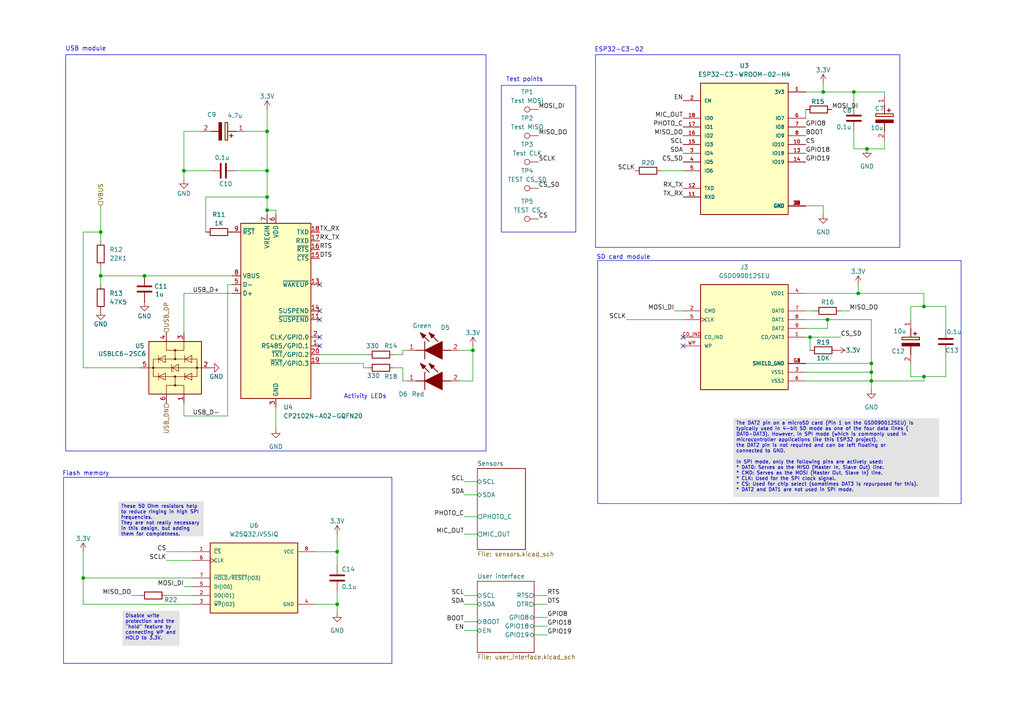
<source format=kicad_sch>
(kicad_sch (version 20250114) (generator "eeschema") (generator_version "9.0")
  (paper "A4")
  (title_block (title "ESP32 C3 02 and USB to UART converter") (date "2024-11-23") (rev "1") (company "Tech Explorations"))
  (lib_symbols
    (symbol "Connector:TestPoint" (pin_numbers (hide yes)) (pin_names (offset 0.762) (hide yes))
      (property "Reference" "TP" (at 0 6.858 0))
      (property "Value" "TestPoint" (at 0 5.08 0))
      (symbol "TestPoint_0_1"
        (circle (center 0 3.302) (radius 0.762))
      )
      (symbol "TestPoint_1_1"
        (pin passive line (at 0 0 90) (length 2.54) (name "1") (number "1"))
      )
    )
    (symbol "Device:R" (pin_numbers (hide yes)) (pin_names (offset 0))
      (property "Reference" "R" (at 2.032 0 90))
      (property "Value" "R" (at 0 0 90))
      (symbol "R_0_1"
        (rectangle (start -1.016 -2.54) (end 1.016 2.54) (stroke (width 0.254)))
      )
      (symbol "R_1_1"
        (pin passive line (at 0 3.81 270) (length 1.27) (name "~") (number "1"))
        (pin passive line (at 0 -3.81 90) (length 1.27) (name "~") (number "2"))
      )
    )
    (symbol "ESP32-C3-WROOM-02-H4:ESP32-C3-WROOM-02-H4" (pin_names (offset 1.016))
      (property "Reference" "U" (at -12.7 21.082 0))
      (property "Value" "ESP32-C3-WROOM-02-H4" (at -12.7 -18.542 0))
      (symbol "ESP32-C3-WROOM-02-H4_0_0"
        (rectangle (start -12.7 -17.78) (end 12.7 20.32) (stroke (width 0.254)) (fill (type background)))
        (pin input line (at -17.78 15.24 0) (length 5.08) (name "EN") (number "2"))
        (pin bidirectional line (at -17.78 10.16 0) (length 5.08) (name "IO0") (number "18"))
        (pin bidirectional line (at -17.78 7.62 0) (length 5.08) (name "IO1") (number "17"))
        (pin bidirectional line (at -17.78 5.08 0) (length 5.08) (name "IO2") (number "16"))
        (pin bidirectional line (at -17.78 2.54 0) (length 5.08) (name "IO3") (number "15"))
        (pin bidirectional line (at -17.78 0 0) (length 5.08) (name "IO4") (number "3"))
        (pin bidirectional line (at -17.78 -2.54 0) (length 5.08) (name "IO5") (number "4"))
        (pin bidirectional line (at -17.78 -5.08 0) (length 5.08) (name "IO6") (number "5"))
        (pin bidirectional line (at -17.78 -10.16 0) (length 5.08) (name "TXD") (number "12"))
        (pin bidirectional line (at -17.78 -12.7 0) (length 5.08) (name "RXD") (number "11"))
        (pin power_in line (at 17.78 17.78 180) (length 5.08) (name "3V3") (number "1"))
        (pin bidirectional line (at 17.78 10.16 180) (length 5.08) (name "IO7") (number "6"))
        (pin bidirectional line (at 17.78 7.62 180) (length 5.08) (name "IO8") (number "7"))
        (pin bidirectional line (at 17.78 5.08 180) (length 5.08) (name "IO9") (number "8"))
        (pin bidirectional line (at 17.78 2.54 180) (length 5.08) (name "IO10") (number "10"))
        (pin bidirectional line (at 17.78 0 180) (length 5.08) (name "IO18") (number "13"))
        (pin bidirectional line (at 17.78 -2.54 180) (length 5.08) (name "IO19") (number "14"))
        (pin power_in line (at 17.78 -15.24 180) (length 5.08) (name "GND") (number "19"))
        (pin power_in line (at 17.78 -15.24 180) (length 5.08) (name "GND") (number "20"))
        (pin power_in line (at 17.78 -15.24 180) (length 5.08) (name "GND") (number "21"))
        (pin power_in line (at 17.78 -15.24 180) (length 5.08) (name "GND") (number "22"))
        (pin power_in line (at 17.78 -15.24 180) (length 5.08) (name "GND") (number "23"))
        (pin power_in line (at 17.78 -15.24 180) (length 5.08) (name "GND") (number "24"))
        (pin power_in line (at 17.78 -15.24 180) (length 5.08) (name "GND") (number "25"))
        (pin power_in line (at 17.78 -15.24 180) (length 5.08) (name "GND") (number "26"))
        (pin power_in line (at 17.78 -15.24 180) (length 5.08) (name "GND") (number "27"))
        (pin power_in line (at 17.78 -15.24 180) (length 5.08) (name "GND") (number "28"))
        (pin power_in line (at 17.78 -15.24 180) (length 5.08) (name "GND") (number "29"))
        (pin power_in line (at 17.78 -15.24 180) (length 5.08) (name "GND") (number "30"))
        (pin power_in line (at 17.78 -15.24 180) (length 5.08) (name "GND") (number "31"))
        (pin power_in line (at 17.78 -15.24 180) (length 5.08) (name "GND") (number "32"))
        (pin power_in line (at 17.78 -15.24 180) (length 5.08) (name "GND") (number "33"))
        (pin power_in line (at 17.78 -15.24 180) (length 5.08) (name "GND") (number "34"))
        (pin power_in line (at 17.78 -15.24 180) (length 5.08) (name "GND") (number "35"))
        (pin power_in line (at 17.78 -15.24 180) (length 5.08) (name "GND") (number "36"))
        (pin power_in line (at 17.78 -15.24 180) (length 5.08) (name "GND") (number "37"))
        (pin power_in line (at 17.78 -15.24 180) (length 5.08) (name "GND") (number "38"))
        (pin power_in line (at 17.78 -15.24 180) (length 5.08) (name "GND") (number "39"))
        (pin power_in line (at 17.78 -15.24 180) (length 5.08) (name "GND") (number "9"))
      )
    )
    (symbol "GND_1" (power) (pin_numbers (hide yes)) (pin_names (offset 0) (hide yes))
      (property "Value" "GND" (at 0 -3.81 0))
      (symbol "GND_1_0_1"
        (polyline (pts (xy 0 0) (xy 0 -1.27) (xy 1.27 -1.27) (xy 0 -2.54) (xy -1.27 -1.27) (xy 0 -1.27)))
      )
      (symbol "GND_1_1_1"
        (pin power_in line (at 0 0 270) (length 0) (name "~") (number "1"))
      )
    )
    (symbol "GND_2" (power) (pin_numbers (hide yes)) (pin_names (offset 0) (hide yes))
      (property "Value" "GND" (at 0 -3.81 0))
      (symbol "GND_2_0_1"
        (polyline (pts (xy 0 0) (xy 0 -1.27) (xy 1.27 -1.27) (xy 0 -2.54) (xy -1.27 -1.27) (xy 0 -1.27)))
      )
      (symbol "GND_2_1_1"
        (pin power_in line (at 0 0 270) (length 0) (name "~") (number "1"))
      )
    )
    (symbol "GSD090012SEU:GSD090012SEU" (pin_names (offset 1.016))
      (property "Reference" "J" (at -12.7 16.002 0))
      (property "Value" "GSD090012SEU" (at -12.7 -17.78 0))
      (symbol "GSD090012SEU_0_0"
        (rectangle (start -12.7 -15.24) (end 12.7 15.24) (stroke (width 0.254)) (fill (type background)))
        (pin bidirectional line (at -17.78 7.62 0) (length 5.08) (name "CMD") (number "2"))
        (pin bidirectional clock (at -17.78 5.08 0) (length 5.08) (name "CLK") (number "5"))
        (pin passive line (at -17.78 0 0) (length 5.08) (name "CD_IND") (number "CD_IND"))
        (pin passive line (at -17.78 -2.54 0) (length 5.08) (name "WP") (number "WP"))
        (pin power_in line (at 17.78 12.7 180) (length 5.08) (name "VDD1") (number "4"))
        (pin bidirectional line (at 17.78 7.62 180) (length 5.08) (name "DAT0") (number "7"))
        (pin bidirectional line (at 17.78 5.08 180) (length 5.08) (name "DAT1") (number "8"))
        (pin bidirectional line (at 17.78 2.54 180) (length 5.08) (name "DAT2") (number "9"))
        (pin bidirectional line (at 17.78 0 180) (length 5.08) (name "CD/DAT3") (number "1"))
        (pin power_in line (at 17.78 -7.62 180) (length 5.08) (name "SHIELD_GND") (number "G1"))
        (pin power_in line (at 17.78 -7.62 180) (length 5.08) (name "SHIELD_GND") (number "G2"))
        (pin power_in line (at 17.78 -7.62 180) (length 5.08) (name "SHIELD_GND") (number "G3"))
        (pin power_in line (at 17.78 -7.62 180) (length 5.08) (name "SHIELD_GND") (number "G4"))
        (pin power_in line (at 17.78 -10.16 180) (length 5.08) (name "VSS1") (number "3"))
        (pin power_in line (at 17.78 -12.7 180) (length 5.08) (name "VSS2") (number "6"))
      )
    )
    (symbol "Interface_USB:CP2102N-Axx-xQFN20"
      (property "Reference" "U" (at -8.89 26.67 0))
      (property "Value" "CP2102N-Axx-xQFN20" (at 12.7 26.67 0))
      (symbol "CP2102N-Axx-xQFN20_0_1"
        (rectangle (start -10.16 25.4) (end 10.16 -25.4) (stroke (width 0.254)) (fill (type background)))
      )
      (symbol "CP2102N-Axx-xQFN20_1_1"
        (pin input line (at -12.7 22.86 0) (length 2.54) (name "~{RST}") (number "9"))
        (pin input line (at -12.7 10.16 0) (length 2.54) (name "VBUS") (number "8"))
        (pin bidirectional line (at -12.7 7.62 0) (length 2.54) (name "D-") (number "5"))
        (pin bidirectional line (at -12.7 5.08 0) (length 2.54) (name "D+") (number "4"))
        (pin no_connect line (at -10.16 -22.86 0) (length 2.54) (hide yes) (name "NC") (number "10"))
        (pin power_in line (at -2.54 27.94 270) (length 2.54) (name "VREGIN") (number "7"))
        (pin power_in line (at 0 27.94 270) (length 2.54) (name "VDD") (number "6"))
        (pin passive line (at 0 -27.94 90) (length 2.54) (hide yes) (name "GND") (number "12"))
        (pin passive line (at 0 -27.94 90) (length 2.54) (hide yes) (name "GND") (number "21"))
        (pin power_in line (at 0 -27.94 90) (length 2.54) (name "GND") (number "3"))
        (pin output line (at 12.7 22.86 180) (length 2.54) (name "TXD") (number "18"))
        (pin input line (at 12.7 20.32 180) (length 2.54) (name "RXD") (number "17"))
        (pin output line (at 12.7 17.78 180) (length 2.54) (name "~{RTS}") (number "16"))
        (pin input line (at 12.7 15.24 180) (length 2.54) (name "~{CTS}") (number "15"))
        (pin input line (at 12.7 7.62 180) (length 2.54) (name "~{WAKEUP}") (number "13"))
        (pin output line (at 12.7 0 180) (length 2.54) (name "SUSPEND") (number "14"))
        (pin output line (at 12.7 -2.54 180) (length 2.54) (name "~{SUSPEND}") (number "11"))
        (pin bidirectional line (at 12.7 -7.62 180) (length 2.54) (name "CLK/GPIO.0") (number "2"))
        (pin bidirectional line (at 12.7 -10.16 180) (length 2.54) (name "RS485/GPIO.1") (number "1"))
        (pin bidirectional line (at 12.7 -12.7 180) (length 2.54) (name "~{TXT}/GPIO.2") (number "20"))
        (pin bidirectional line (at 12.7 -15.24 180) (length 2.54) (name "~{RXT}/GPIO.3") (number "19"))
      )
    )
    (symbol "LTST-C170GKT:LTST-C170GKT" (pin_names (hide yes))
      (property "Reference" "LED" (at 12.7 8.89 0))
      (property "Value" "LTST-C170GKT" (at 12.7 6.35 0))
      (symbol "LTST-C170GKT_1_1"
        (polyline (pts (xy 2.54 0) (xy 5.08 0)) (stroke (width 0.254)))
        (polyline (pts (xy 5.08 2.54) (xy 5.08 -2.54)) (stroke (width 0.254)))
        (polyline (pts (xy 5.08 0) (xy 10.16 2.54) (xy 10.16 -2.54) (xy 5.08 0)) (stroke (width 0.254)) (fill (type outline)))
        (polyline (pts (xy 5.334 4.318) (xy 4.572 3.556) (xy 3.81 5.08) (xy 5.334 4.318)) (stroke (width 0.254)) (fill (type outline)))
        (polyline (pts (xy 6.35 2.54) (xy 3.81 5.08)) (stroke (width 0.254)))
        (polyline (pts (xy 7.874 4.318) (xy 7.112 3.556) (xy 6.35 5.08) (xy 7.874 4.318)) (stroke (width 0.254)) (fill (type outline)))
        (polyline (pts (xy 8.89 2.54) (xy 6.35 5.08)) (stroke (width 0.254)))
        (polyline (pts (xy 10.16 0) (xy 12.7 0)) (stroke (width 0.254)))
        (pin passive line (at 0 0 0) (length 2.54) (name "K") (number "1"))
        (pin passive line (at 15.24 0 180) (length 2.54) (name "A") (number "2"))
      )
    )
    (symbol "LTST-C170KRKT:LTST-C170KRKT" (pin_names (hide yes))
      (property "Reference" "LED" (at 12.7 8.89 0))
      (property "Value" "LTST-C170KRKT" (at 12.7 6.35 0))
      (symbol "LTST-C170KRKT_1_1"
        (polyline (pts (xy 2.54 0) (xy 5.08 0)) (stroke (width 0.254)))
        (polyline (pts (xy 5.08 2.54) (xy 5.08 -2.54)) (stroke (width 0.254)))
        (polyline (pts (xy 5.08 0) (xy 10.16 2.54) (xy 10.16 -2.54) (xy 5.08 0)) (stroke (width 0.254)) (fill (type outline)))
        (polyline (pts (xy 5.334 4.318) (xy 4.572 3.556) (xy 3.81 5.08) (xy 5.334 4.318)) (stroke (width 0.254)) (fill (type outline)))
        (polyline (pts (xy 6.35 2.54) (xy 3.81 5.08)) (stroke (width 0.254)))
        (polyline (pts (xy 7.874 4.318) (xy 7.112 3.556) (xy 6.35 5.08) (xy 7.874 4.318)) (stroke (width 0.254)) (fill (type outline)))
        (polyline (pts (xy 8.89 2.54) (xy 6.35 5.08)) (stroke (width 0.254)))
        (polyline (pts (xy 10.16 0) (xy 12.7 0)) (stroke (width 0.254)))
        (pin passive line (at 0 0 0) (length 2.54) (name "K") (number "1"))
        (pin passive line (at 15.24 0 180) (length 2.54) (name "A") (number "2"))
      )
    )
    (symbol "Power_Protection:USBLC6-2SC6" (pin_names (hide yes))
      (property "Reference" "U" (at 2.54 8.89 0))
      (property "Value" "USBLC6-2SC6" (at 2.54 -8.89 0))
      (symbol "USBLC6-2SC6_0_1"
        (rectangle (start -7.62 -7.62) (end 7.62 7.62) (stroke (width 0.254)) (fill (type background)))
        (polyline (pts (xy -5.08 2.54) (xy -7.62 2.54)))
        (circle (center -5.08 0) (radius 0.254) (fill (type outline)))
        (polyline (pts (xy -5.08 0) (xy -5.08 -2.54)))
        (polyline (pts (xy -5.08 -2.54) (xy -7.62 -2.54)))
        (polyline (pts (xy -3.556 2.794) (xy -1.524 2.794) (xy -2.54 4.826) (xy -3.556 2.794)))
        (polyline (pts (xy -3.556 -4.826) (xy -1.524 -4.826) (xy -2.54 -2.794) (xy -3.556 -4.826)))
        (rectangle (start -2.54 6.35) (end 2.54 -6.35))
        (circle (center -2.54 0) (radius 0.254) (fill (type outline)))
        (polyline (pts (xy -2.54 0) (xy -5.08 0) (xy -5.08 2.54)))
        (polyline (pts (xy -1.524 4.826) (xy -3.556 4.826)))
        (polyline (pts (xy -1.524 -2.794) (xy -3.556 -2.794)))
        (polyline (pts (xy -1.016 -1.016) (xy 1.016 -1.016) (xy 0 1.016) (xy -1.016 -1.016)))
        (circle (center 0 6.35) (radius 0.254) (fill (type outline)))
        (polyline (pts (xy 0 6.35) (xy 0 7.62)))
        (polyline (pts (xy 0 1.27) (xy 0 6.35)))
        (polyline (pts (xy 0 -6.35) (xy 0 1.27)))
        (circle (center 0 -6.35) (radius 0.254) (fill (type outline)))
        (polyline (pts (xy 0 -7.62) (xy 0 -6.35)))
        (polyline (pts (xy 1.016 1.016) (xy 0.762 1.016) (xy -1.016 1.016) (xy -1.016 0.508)))
        (polyline (pts (xy 1.524 4.826) (xy 3.556 4.826)))
        (polyline (pts (xy 1.524 -2.794) (xy 3.556 -2.794)))
        (polyline (pts (xy 2.54 0) (xy 5.08 0) (xy 5.08 2.54)))
        (circle (center 2.54 0) (radius 0.254) (fill (type outline)))
        (polyline (pts (xy 3.556 2.794) (xy 1.524 2.794) (xy 2.54 4.826) (xy 3.556 2.794)))
        (polyline (pts (xy 3.556 -4.826) (xy 1.524 -4.826) (xy 2.54 -2.794) (xy 3.556 -4.826)))
        (polyline (pts (xy 5.08 2.54) (xy 7.62 2.54)))
        (polyline (pts (xy 5.08 0) (xy 5.08 -2.54)))
        (circle (center 5.08 0) (radius 0.254) (fill (type outline)))
        (polyline (pts (xy 5.08 -2.54) (xy 7.62 -2.54)))
      )
      (symbol "USBLC6-2SC6_1_1"
        (pin passive line (at -10.16 2.54 0) (length 2.54) (name "I/O1") (number "6"))
        (pin passive line (at -10.16 -2.54 0) (length 2.54) (name "I/O1") (number "1"))
        (pin passive line (at 0 10.16 270) (length 2.54) (name "VBUS") (number "5"))
        (pin passive line (at 0 -10.16 90) (length 2.54) (name "GND") (number "2"))
        (pin passive line (at 10.16 2.54 180) (length 2.54) (name "I/O2") (number "4"))
        (pin passive line (at 10.16 -2.54 180) (length 2.54) (name "I/O2") (number "3"))
      )
    )
    (symbol "SparkFun-Capacitor:C" (pin_numbers (hide yes)) (pin_names (offset 0.254))
      (property "Reference" "C" (at 0.635 2.54 0))
      (property "Value" "C" (at 0.635 -2.54 0))
      (property "Voltage" "1kV" (at 0 -6.35 0))
      (property "Tolerance" "100%" (at 0 -8.89 0))
      (symbol "C_0_1"
        (polyline (pts (xy -2.032 0.762) (xy 2.032 0.762)) (stroke (width 0.508)))
        (polyline (pts (xy -2.032 -0.762) (xy 2.032 -0.762)) (stroke (width 0.508)))
      )
      (symbol "C_1_1"
        (pin passive line (at 0 3.81 270) (length 2.794) (name "~") (number "1"))
        (pin passive line (at 0 -3.81 90) (length 2.794) (name "~") (number "2"))
      )
    )
    (symbol "SparkFun-PowerSymbol:3.3V" (power) (pin_names (offset 0))
      (property "Value" "3.3V" (at 0 3.81 0))
      (symbol "3.3V_0_1"
        (polyline (pts (xy -0.762 1.27) (xy 0 2.54)))
        (polyline (pts (xy 0 2.54) (xy 0.762 1.27)))
        (polyline (pts (xy 0 0) (xy 0 2.54)))
      )
      (symbol "3.3V_1_1"
        (pin power_in line (at 0 0 90) (length 0) (hide yes) (name "3.3V") (number "1"))
      )
    )
    (symbol "T491A106K010AT7280:T491A106K010AT7280" (pin_names (hide yes))
      (property "Reference" "C" (at 8.89 6.35 0))
      (property "Value" "T491A106K010AT7280" (at 8.89 3.81 0))
      (symbol "T491A106K010AT7280_1_1"
        (polyline (pts (xy 2.54 0) (xy 5.08 0)) (stroke (width 0.254)))
        (polyline (pts (xy 4.064 1.778) (xy 4.064 0.762)) (stroke (width 0.254)))
        (polyline (pts (xy 4.572 1.27) (xy 3.556 1.27)) (stroke (width 0.254)))
        (rectangle (start 5.08 2.54) (end 5.842 -2.54) (stroke (width 0.254)) (fill (type background)))
        (polyline (pts (xy 7.62 2.54) (xy 7.62 -2.54) (xy 6.858 -2.54) (xy 6.858 2.54) (xy 7.62 2.54)) (stroke (width 0.254)) (fill (type outline)))
        (polyline (pts (xy 7.62 0) (xy 10.16 0)) (stroke (width 0.254)))
        (pin passive line (at 0 0 0) (length 2.54) (name "+") (number "1"))
        (pin passive line (at 12.7 0 180) (length 2.54) (name "-") (number "2"))
      )
    )
    (symbol "W25Q32JVSSIQ:W25Q32JVSSIQ" (pin_names (offset 1.016))
      (property "Reference" "U" (at -12.4723 10.945 0))
      (property "Value" "W25Q32JVSSIQ" (at -12.4744 -12.2198 0))
      (symbol "W25Q32JVSSIQ_0_0"
        (rectangle (start -12.7 -10.16) (end 12.7 10.16) (stroke (width 0.254)) (fill (type background)))
        (pin input line (at -17.78 7.62 0) (length 5.08) (name "~{CS}") (number "1"))
        (pin input clock (at -17.78 5.08 0) (length 5.08) (name "CLK") (number "6"))
        (pin bidirectional line (at -17.78 0 0) (length 5.08) (name "~{HOLD}/~{RESET}(IO3)") (number "7"))
        (pin bidirectional line (at -17.78 -2.54 0) (length 5.08) (name "DI(IO0)") (number "5"))
        (pin bidirectional line (at -17.78 -5.08 0) (length 5.08) (name "DO(IO1)") (number "2"))
        (pin bidirectional line (at -17.78 -7.62 0) (length 5.08) (name "~{WP}(IO2)") (number "3"))
        (pin power_in line (at 17.78 7.62 180) (length 5.08) (name "VCC") (number "8"))
        (pin power_in line (at 17.78 -7.62 180) (length 5.08) (name "GND") (number "4"))
      )
    )
    (symbol "power:GND" (power) (pin_names (offset 0))
      (property "Value" "GND" (at 0 -3.81 0))
      (symbol "GND_0_1"
        (polyline (pts (xy 0 0) (xy 0 -1.27) (xy 1.27 -1.27) (xy 0 -2.54) (xy -1.27 -1.27) (xy 0 -1.27)))
      )
      (symbol "GND_1_1"
        (pin power_in line (at 0 0 270) (length 0) (hide yes) (name "GND") (number "1"))
      )
    )
  )
  (rectangle (start 173.355 75.565) (end 278.765 146.05))
  (rectangle (start 145.415 24.765) (end 167.005 67.31))
  (rectangle (start 18.415 138.43) (end 113.665 192.405))
  (rectangle (start 172.72 15.875) (end 260.985 71.755))
  (rectangle (start 19.05 15.875) (end 140.97 130.81))
  (text "SD card module" (at 180.848 74.676 0) (effects (font (size 1.27 1.27))))
  (text "Activity LEDs" (at 105.918 115.062 0) (effects (font (size 1.27 1.27))))
  (text "Flash memory" (at 24.892 137.414 0) (effects (font (size 1.27 1.27))))
  (text "USB module" (at 24.892 14.224 0) (effects (font (size 1.27 1.27))))
  (text "Test points" (at 152.146 23.114 0) (effects (font (size 1.27 1.27))))
  (text "ESP32-C3-02" (at 179.578 14.478 0) (effects (font (size 1.27 1.27))))
  (text_box "Disable write protection and the \"hold\" feature by connecting WP and HOLD to 3.3V." (at 35.56 177.165 0) (size 16.51 10.16) (margins 0.7499 0.7499 0.7499 0.7499) (stroke (width -0.0001)) (fill (type color) (color 194 194 194 0.45)) (effects (font (size 1 1)) (justify left top)))
  (text_box "The DAT2 pin on a microSD card (Pin 1 on the GSD090012SEU) is \ntypically used in 4-bit SD mode as one of the four data lines (\nDAT0-DAT3). However, in SPI mode (which is commonly used in \nmicrocontroller applications like this ESP32 project), \nthe DAT2 pin is not required and can be left floating or \nconnected to GND. \n\nIn SPI mode, only the following pins are actively used:\n* DAT0: Serves as the MISO (Master In, Slave Out) line.\n* CMD: Serves as the MOSI (Master Out, Slave In) line.\n* CLK: Used for the SPI clock signal.\n* CS: Used for chip select (sometimes DAT3 is repurposed for this).\n* DAT2 and DAT1 are not used in SPI mode." (at 212.725 121.285 0) (size 59.69 22.86) (margins 0.7499 0.7499 0.7499 0.7499) (stroke (width -0.0001)) (fill (type color) (color 194 194 194 0.45)) (effects (font (size 1 1)) (justify left top)))
  (text_box "These 50 Ohm resistors help to reduce ringing in high SPI frequencies. \nThey are not really necessary in this design, but adding them for completness." (at 34.29 145.415 0) (size 24.765 10.16) (margins 0.7499 0.7499 0.7499 0.7499) (stroke (width -0.0001)) (fill (type color) (color 194 194 194 0.45)) (effects (font (size 1 1)) (justify left top)))
  (junction (at 238.76 26.67))
  (junction (at 24.13 167.64))
  (junction (at 252.73 110.49))
  (junction (at 29.21 80.01))
  (junction (at 248.92 85.09))
  (junction (at 29.21 67.31))
  (junction (at 77.47 60.96))
  (junction (at 267.97 88.9))
  (junction (at 53.34 49.53))
  (junction (at 252.73 107.95))
  (junction (at 267.97 109.22))
  (junction (at 137.16 101.6))
  (junction (at 97.79 160.02))
  (junction (at 97.79 175.26))
  (junction (at 252.73 105.41))
  (junction (at 251.46 43.18))
  (junction (at 41.91 80.01))
  (junction (at 77.47 38.1))
  (junction (at 234.95 97.79))
  (junction (at 240.03 92.71))
  (junction (at 247.65 26.67))
  (junction (at 77.47 49.53))
  (junction (at 77.47 57.15))
  (no_connect (at 198.12 97.79))
  (no_connect (at 92.71 82.55))
  (no_connect (at 198.12 100.33))
  (no_connect (at 92.71 90.17))
  (no_connect (at 92.71 100.33))
  (no_connect (at 92.71 92.71))
  (no_connect (at 92.71 97.79))
  (wire (pts (xy 256.54 40.64) (xy 256.54 43.18)))
  (wire (pts (xy 77.47 38.1) (xy 77.47 49.53)))
  (wire (pts (xy 58.42 38.1) (xy 53.34 38.1)))
  (wire (pts (xy 233.68 105.41) (xy 252.73 105.41)))
  (wire (pts (xy 247.65 43.18) (xy 251.46 43.18)))
  (wire (pts (xy 274.32 95.25) (xy 274.32 88.9)))
  (wire (pts (xy 233.68 31.75) (xy 233.68 34.29)))
  (wire (pts (xy 67.31 85.09) (xy 53.34 85.09)))
  (wire (pts (xy 247.65 26.67) (xy 247.65 30.48)))
  (wire (pts (xy 274.32 88.9) (xy 267.97 88.9)))
  (wire (pts (xy 195.58 90.17) (xy 198.12 90.17)))
  (wire (pts (xy 66.04 120.65) (xy 53.34 120.65)))
  (wire (pts (xy 118.11 110.49) (xy 116.84 110.49)))
  (wire (pts (xy 77.47 60.96) (xy 77.47 62.23)))
  (wire (pts (xy 154.94 179.07) (xy 158.75 179.07)))
  (wire (pts (xy 91.44 160.02) (xy 97.79 160.02)))
  (wire (pts (xy 256.54 27.94) (xy 256.54 26.67)))
  (wire (pts (xy 116.84 102.87) (xy 116.84 101.6)))
  (wire (pts (xy 154.94 184.15) (xy 158.75 184.15)))
  (wire (pts (xy 71.12 38.1) (xy 77.47 38.1)))
  (wire (pts (xy 116.84 110.49) (xy 116.84 106.68)))
  (wire (pts (xy 267.97 109.22) (xy 274.32 109.22)))
  (wire (pts (xy 53.34 49.53) (xy 53.34 52.07)))
  (wire (pts (xy 116.84 106.68) (xy 114.3 106.68)))
  (wire (pts (xy 29.21 80.01) (xy 41.91 80.01)))
  (wire (pts (xy 66.04 120.65) (xy 66.04 82.55)))
  (wire (pts (xy 238.76 59.69) (xy 238.76 62.23)))
  (wire (pts (xy 38.1 172.72) (xy 40.64 172.72)))
  (wire (pts (xy 233.68 85.09) (xy 248.92 85.09)))
  (wire (pts (xy 105.41 105.41) (xy 105.41 106.68)))
  (wire (pts (xy 48.26 162.56) (xy 55.88 162.56)))
  (wire (pts (xy 243.84 90.17) (xy 246.38 90.17)))
  (wire (pts (xy 24.13 106.68) (xy 40.64 106.68)))
  (wire (pts (xy 80.01 60.96) (xy 77.47 60.96)))
  (wire (pts (xy 247.65 26.67) (xy 238.76 26.67)))
  (wire (pts (xy 240.03 95.25) (xy 240.03 92.71)))
  (wire (pts (xy 24.13 67.31) (xy 29.21 67.31)))
  (wire (pts (xy 247.65 38.1) (xy 247.65 43.18)))
  (wire (pts (xy 24.13 106.68) (xy 24.13 67.31)))
  (wire (pts (xy 24.13 167.64) (xy 55.88 167.64)))
  (wire (pts (xy 77.47 49.53) (xy 68.58 49.53)))
  (wire (pts (xy 97.79 160.02) (xy 97.79 154.94)))
  (wire (pts (xy 181.61 92.71) (xy 198.12 92.71)))
  (wire (pts (xy 92.71 102.87) (xy 106.68 102.87)))
  (wire (pts (xy 252.73 92.71) (xy 252.73 105.41)))
  (wire (pts (xy 55.88 175.26) (xy 24.13 175.26)))
  (wire (pts (xy 256.54 26.67) (xy 247.65 26.67)))
  (wire (pts (xy 154.94 175.26) (xy 158.75 175.26)))
  (wire (pts (xy 114.3 102.87) (xy 116.84 102.87)))
  (wire (pts (xy 24.13 167.64) (xy 24.13 160.02)))
  (wire (pts (xy 252.73 110.49) (xy 252.73 113.03)))
  (wire (pts (xy 77.47 57.15) (xy 77.47 60.96)))
  (wire (pts (xy 59.69 57.15) (xy 77.47 57.15)))
  (wire (pts (xy 234.95 97.79) (xy 243.84 97.79)))
  (wire (pts (xy 252.73 107.95) (xy 252.73 110.49)))
  (wire (pts (xy 133.35 110.49) (xy 137.16 110.49)))
  (wire (pts (xy 29.21 80.01) (xy 29.21 82.55)))
  (wire (pts (xy 48.26 160.02) (xy 55.88 160.02)))
  (wire (pts (xy 77.47 31.75) (xy 77.47 38.1)))
  (wire (pts (xy 60.96 49.53) (xy 53.34 49.53)))
  (wire (pts (xy 133.35 101.6) (xy 137.16 101.6)))
  (wire (pts (xy 29.21 67.31) (xy 29.21 69.85)))
  (wire (pts (xy 267.97 85.09) (xy 267.97 88.9)))
  (wire (pts (xy 134.62 139.7) (xy 138.43 139.7)))
  (wire (pts (xy 233.68 92.71) (xy 240.03 92.71)))
  (wire (pts (xy 233.68 26.67) (xy 238.76 26.67)))
  (wire (pts (xy 252.73 105.41) (xy 252.73 107.95)))
  (wire (pts (xy 137.16 101.6) (xy 137.16 110.49)))
  (wire (pts (xy 134.62 149.86) (xy 138.43 149.86)))
  (wire (pts (xy 134.62 180.34) (xy 138.43 180.34)))
  (wire (pts (xy 248.92 85.09) (xy 267.97 85.09)))
  (wire (pts (xy 264.16 109.22) (xy 267.97 109.22)))
  (wire (pts (xy 134.62 175.26) (xy 138.43 175.26)))
  (wire (pts (xy 97.79 175.26) (xy 97.79 177.8)))
  (wire (pts (xy 97.79 171.45) (xy 97.79 175.26)))
  (wire (pts (xy 59.69 67.31) (xy 59.69 57.15)))
  (wire (pts (xy 29.21 59.69) (xy 29.21 67.31)))
  (wire (pts (xy 233.68 59.69) (xy 238.76 59.69)))
  (wire (pts (xy 264.16 105.41) (xy 264.16 109.22)))
  (wire (pts (xy 267.97 110.49) (xy 252.73 110.49)))
  (wire (pts (xy 134.62 154.94) (xy 138.43 154.94)))
  (wire (pts (xy 53.34 120.65) (xy 53.34 116.84)))
  (wire (pts (xy 77.47 49.53) (xy 77.47 57.15)))
  (wire (pts (xy 134.62 172.72) (xy 138.43 172.72)))
  (wire (pts (xy 234.95 97.79) (xy 234.95 101.6)))
  (wire (pts (xy 53.34 85.09) (xy 53.34 96.52)))
  (wire (pts (xy 264.16 88.9) (xy 264.16 92.71)))
  (wire (pts (xy 267.97 88.9) (xy 264.16 88.9)))
  (wire (pts (xy 48.26 172.72) (xy 55.88 172.72)))
  (wire (pts (xy 24.13 175.26) (xy 24.13 167.64)))
  (wire (pts (xy 267.97 109.22) (xy 267.97 110.49)))
  (wire (pts (xy 41.91 80.01) (xy 67.31 80.01)))
  (wire (pts (xy 116.84 101.6) (xy 118.11 101.6)))
  (wire (pts (xy 91.44 175.26) (xy 97.79 175.26)))
  (wire (pts (xy 233.68 97.79) (xy 234.95 97.79)))
  (wire (pts (xy 233.68 90.17) (xy 236.22 90.17)))
  (wire (pts (xy 29.21 77.47) (xy 29.21 80.01)))
  (wire (pts (xy 53.34 38.1) (xy 53.34 49.53)))
  (wire (pts (xy 66.04 82.55) (xy 67.31 82.55)))
  (wire (pts (xy 105.41 106.68) (xy 106.68 106.68)))
  (wire (pts (xy 134.62 182.88) (xy 138.43 182.88)))
  (wire (pts (xy 154.94 172.72) (xy 158.75 172.72)))
  (wire (pts (xy 191.77 49.53) (xy 198.12 49.53)))
  (wire (pts (xy 238.76 26.67) (xy 238.76 24.13)))
  (wire (pts (xy 80.01 62.23) (xy 80.01 60.96)))
  (wire (pts (xy 53.34 170.18) (xy 55.88 170.18)))
  (wire (pts (xy 248.92 82.55) (xy 248.92 85.09)))
  (wire (pts (xy 274.32 102.87) (xy 274.32 109.22)))
  (wire (pts (xy 233.68 95.25) (xy 240.03 95.25)))
  (wire (pts (xy 134.62 143.51) (xy 138.43 143.51)))
  (wire (pts (xy 92.71 105.41) (xy 105.41 105.41)))
  (wire (pts (xy 251.46 43.18) (xy 256.54 43.18)))
  (wire (pts (xy 233.68 107.95) (xy 252.73 107.95)))
  (wire (pts (xy 154.94 181.61) (xy 158.75 181.61)))
  (wire (pts (xy 80.01 118.11) (xy 80.01 124.46)))
  (wire (pts (xy 233.68 110.49) (xy 252.73 110.49)))
  (wire (pts (xy 240.03 92.71) (xy 252.73 92.71)))
  (wire (pts (xy 137.16 100.33) (xy 137.16 101.6)))
  (wire (pts (xy 97.79 160.02) (xy 97.79 163.83)))
  (label "DTS" (at 158.75 175.26 0))
  (label "MISO_DO" (at 38.1 172.72 180))
  (label "PHOTO_C" (at 198.12 36.83 180))
  (label "MISO_DO" (at 246.38 90.17 0))
  (label "MISO_DO" (at 198.12 39.37 180))
  (label "SDA" (at 134.62 143.51 180))
  (label "CS" (at 156.21 63.5 0))
  (label "GPIO18" (at 158.75 181.61 0))
  (label "BOOT" (at 233.68 39.37 0))
  (label "CS" (at 48.26 160.02 180))
  (label "GPIO8" (at 233.68 36.83 0))
  (label "CS_SD" (at 156.21 54.61 0))
  (label "SCL" (at 134.62 172.72 180))
  (label "RX_TX" (at 92.71 69.85 0))
  (label "TX_RX" (at 198.12 57.15 180))
  (label "DTS" (at 92.71 74.93 0))
  (label "SDA" (at 198.12 44.45 180))
  (label "SCLK" (at 48.26 162.56 180))
  (label "GPIO8" (at 158.75 179.07 0))
  (label "CS" (at 233.68 41.91 0))
  (label "MOSI_DI" (at 53.34 170.18 180))
  (label "SCL" (at 198.12 41.91 180))
  (label "TX_RX" (at 92.71 67.31 0))
  (label "USB_D+" (at 55.88 85.09 0))
  (label "MIC_OUT" (at 198.12 34.29 180))
  (label "SCLK" (at 184.15 49.53 180))
  (label "MOSI_DI" (at 195.58 90.17 180))
  (label "CS_SD" (at 243.84 97.79 0))
  (label "SCLK" (at 156.21 46.99 0))
  (label "MISO_DO" (at 156.21 39.37 0))
  (label "GPIO19" (at 158.75 184.15 0))
  (label "PHOTO_C" (at 134.62 149.86 180))
  (label "GPIO18" (at 233.68 44.45 0))
  (label "MIC_OUT" (at 134.62 154.94 180))
  (label "RTS" (at 92.71 72.39 0))
  (label "CS_SD" (at 198.12 46.99 180))
  (label "SDA" (at 134.62 175.26 180))
  (label "MOSI_DI" (at 241.3 31.75 0))
  (label "RX_TX" (at 198.12 54.61 180))
  (label "SCL" (at 134.62 139.7 180))
  (label "USB_D-" (at 55.88 120.65 0))
  (label "MOSI_DI" (at 156.21 31.75 0))
  (label "RTS" (at 158.75 172.72 0))
  (label "EN" (at 134.62 182.88 180))
  (label "GPIO19" (at 233.68 46.99 0))
  (label "EN" (at 198.12 29.21 180))
  (label "BOOT" (at 134.62 180.34 180))
  (label "SCLK" (at 181.61 92.71 180))
  (hierarchical_label "VBUS" (shape input) (at 29.21 59.69 90))
  (hierarchical_label "USB_DP" (shape input) (at 48.26 96.52 90))
  (hierarchical_label "USB_DN" (shape input) (at 48.26 116.84 270))
  (symbol (lib_id "Device:R") (at 237.49 31.75 270) (unit 1)
    (property "Reference" "R15" (at 237.236 29.464 90))
    (property "Value" "50" (effects (hide yes)))
    (property "Footprint" "Resistor_SMD:R_0805_2012Metric" (effects (hide yes)))
    (property "Description" "Resistor" (effects (hide yes)))
    (property "Purpose" "Help reduce ringing in high-speed SPI." (effects (hide yes)))
    (property "PACKAGE" "0805 " (effects (hide yes)))
  )
  (symbol (lib_id "Device:R") (at 44.45 172.72 90) (unit 1)
    (property "Reference" "R22" (at 49.53 173.99 90))
    (property "Value" "50" (effects (hide yes)))
    (property "Footprint" "Resistor_SMD:R_0805_2012Metric" (effects (hide yes)))
    (property "Description" "Resistor" (effects (hide yes)))
    (property "Purpose" "Help reduce ringing in high-speed SPI." (effects (hide yes)))
    (property "PACKAGE" "0805 " (effects (hide yes)))
  )
  (symbol (lib_id "power:GND") (at 251.46 43.18 0) (unit 1)
    (property "Reference" "#PWR020" (effects (hide yes)))
    (property "Value" "GND" (at 251.46 48.26 0))
    (property "Description" "Power symbol creates a global label with name \"GND\" , ground" (effects (hide yes)))
  )
  (symbol (lib_id "SparkFun-PowerSymbol:3.3V") (at 137.16 100.33 0) (unit 1)
    (property "Reference" "#PWR026" (effects (hide yes)))
    (property "Value" "3.3V" (at 137.16 96.52 0))
    (property "Description" "Power symbol creates a global label with name \"3.3V\"" (effects (hide yes)))
  )
  (symbol (lib_id "Connector:TestPoint") (at 156.21 54.61 90) (unit 1)
    (property "Reference" "TP4" (at 152.908 49.53 90))
    (property "Value" "TEST CS_SD" (at 152.908 52.07 90))
    (property "Footprint" "TestPoint:TestPoint_Pad_D1.0mm" (effects (hide yes)))
    (property "Description" "test point" (effects (hide yes)))
  )
  (symbol (lib_id "power:GND") (at 53.34 52.07 0) (unit 1)
    (property "Reference" "#PWR021" (effects (hide yes)))
    (property "Value" "GND" (at 53.34 56.134 0))
    (property "Description" "Power symbol creates a global label with name \"GND\" , ground" (effects (hide yes)))
  )
  (symbol (lib_id "power:GND") (at 238.76 62.23 0) (unit 1)
    (property "Reference" "#PWR022" (effects (hide yes)))
    (property "Value" "GND" (at 238.76 67.31 0))
    (property "Description" "Power symbol creates a global label with name \"GND\" , ground" (effects (hide yes)))
  )
  (symbol (lib_id "power:GND") (at 97.79 177.8 0) (unit 1)
    (property "Reference" "#PWR033" (effects (hide yes)))
    (property "Value" "GND" (at 97.79 182.88 0))
    (property "Description" "Power symbol creates a global label with name \"GND\" , ground" (effects (hide yes)))
  )
  (symbol (lib_id "Device:R") (at 240.03 90.17 90) (unit 1)
    (property "Reference" "R16" (at 240.03 87.63 90))
    (property "Value" "50" (effects (hide yes)))
    (property "Footprint" "Resistor_SMD:R_0805_2012Metric" (effects (hide yes)))
    (property "Description" "Resistor" (effects (hide yes)))
    (property "Purpose" "Help reduce ringing in high-speed SPI." (effects (hide yes)))
    (property "PACKAGE" "0805 " (effects (hide yes)))
  )
  (symbol (lib_name "GND_1") (lib_id "power:GND") (at 60.96 106.68 90) (unit 1)
    (property "Reference" "#PWR027" (effects (hide yes)))
    (property "Value" "GND" (at 60.706 109.22 90) (effects (justify right)))
    (property "Description" "Power symbol creates a global label with name \"GND\" , ground" (effects (hide yes)))
  )
  (symbol (lib_id "SparkFun-Capacitor:C") (at 41.91 83.82 0) (unit 1)
    (property "Reference" "C11" (at 44.704 83.058 0) (effects (justify left)))
    (property "Value" "1u" (at 44.958 85.344 0) (effects (justify left)))
    (property "Footprint" "Capacitor_SMD:C_0805_2012Metric" (effects (hide yes)))
    (property "Datasheet" "https://cdn.sparkfun.com/assets/8/a/4/a/5/Kemet_Capacitor_Datasheet.pdf" (effects (hide yes)))
    (property "PROD_ID" "CAP-00000" (effects (hide yes)))
    (property "Voltage" "1kV" (effects (hide yes)))
    (property "Tolerance" "100%" (effects (hide yes)))
  )
  (symbol (lib_id "T491A106K010AT7280:T491A106K010AT7280") (at 256.54 27.94 270) (unit 1)
    (property "Reference" "C7" (at 253.746 31.496 90) (effects (justify left)))
    (property "Value" "10u" (at 252.476 37.084 90) (effects (justify left)))
    (property "Footprint" "Footprints:T491A" (effects (hide yes)))
    (property "Datasheet" "https://content.kemet.com/datasheets/KEM_T2005_T491.pdf" (effects (hide yes)))
    (property "Description" "T491, Tantalum, MnO2 Tantalum, Commercial Grade, 10 uF, 10%, 10 VDC, 125C, -55C, 85C, SMD, MnO2, Molded, 6 % , 3.8 Ohms, 1000 nA, 58.6 mg, 3216, 1.6mm, Height Max = 1.8mm, 9000, 156  Weeks" (effects (hide yes)))
    (property "PROD_ID" "CAP-00000" (effects (hide yes)))
    (property "Voltage" "1kV" (effects (hide yes)))
    (property "Tolerance" "100%" (effects (hide yes)))
    (property "Purpose" "Decoupling  capacitor." (effects (hide yes)))
    (property "Instructions and notes" "For high-frequency noise filtering" (effects (hide yes)))
    (property "Manufacturer_Part_Number" "T491A106K010AT7280" (effects (hide yes)))
    (property "Height" "1.8" (effects (hide yes)))
    (property "Manufacturer_Name" "KEMET" (effects (hide yes)))
    (property "Mouser Part Number" "80-T491A106K107280" (effects (hide yes)))
    (property "Mouser Price/Stock" "https://www.mouser.co.uk/ProductDetail/KEMET/T491A106K010AT7280?qs=HIKTYMuL%252B9NxijI%252BZuzkYQ%3D%3D" (effects (hide yes)))
    (property "Arrow Part Number" "T491A106K010AT7280" (effects (hide yes)))
    (property "Arrow Price/Stock" "https://www.arrow.com/en/products/t491a106k010at7280/kemet-corporation?region=nac" (effects (hide yes)))
  )
  (symbol (lib_id "LTST-C170KRKT:LTST-C170KRKT") (at 118.11 110.49 0) (unit 1)
    (property "Reference" "D6" (at 115.57 114.3 0) (effects (justify left)))
    (property "Value" "Red" (at 119.38 114.3 0) (effects (justify left)))
    (property "Footprint" "Footprints:LEDC2012X120N" (effects (hide yes)))
    (property "Datasheet" "https://componentsearchengine.com/Datasheets/1/LTST-C170KRKT.pdf" (effects (hide yes)))
    (property "Description" "Standard LEDs - SMD Red Clear 631nm" (effects (hide yes)))
    (property "PROD_ID" "DIO-17976" (effects (hide yes)))
    (property "Height" "1.2" (effects (hide yes)))
    (property "Manufacturer_Name" "Lite-On" (effects (hide yes)))
    (property "Manufacturer_Part_Number" "LTST-C170KRKT" (effects (hide yes)))
    (property "Mouser Part Number" "859-LTST-C170KRKT" (effects (hide yes)))
    (property "Mouser Price/Stock" "https://www.mouser.co.uk/ProductDetail/Lite-On/LTST-C170KRKT?qs=NUb82WqeCyrVOID%2Fxt4rgA%3D%3D" (effects (hide yes)))
    (property "Arrow Part Number" "LTST-C170KRKT" (effects (hide yes)))
    (property "Arrow Price/Stock" "https://www.arrow.com/en/products/ltst-c170krkt/lite-on-technology?utm_currency=USD&region=nac" (effects (hide yes)))
  )
  (symbol (lib_id "Device:R") (at 29.21 73.66 0) (unit 1)
    (property "Reference" "R12" (at 31.75 72.3899 0) (effects (justify left)))
    (property "Value" "22K1" (at 31.75 74.9299 0) (effects (justify left)))
    (property "Footprint" "Resistor_SMD:R_0805_2012Metric" (effects (hide yes)))
    (property "Description" "Resistor" (effects (hide yes)))
    (property "Purpose" "Part of the voltage divider" (effects (hide yes)))
    (property "Instructions and notes" "Use resistors with a tolerance of 1% or better to maintain accurate voltage scaling." (effects (hide yes)))
    (property "PACKAGE" "0805 " (effects (hide yes)))
  )
  (symbol (lib_id "Connector:TestPoint") (at 156.21 31.75 90) (unit 1)
    (property "Reference" "TP1" (at 152.908 26.67 90))
    (property "Value" "Test MOSI" (at 152.908 29.21 90))
    (property "Footprint" "TestPoint:TestPoint_Pad_D1.0mm" (effects (hide yes)))
    (property "Description" "test point" (effects (hide yes)))
  )
  (symbol (lib_id "Device:R") (at 238.76 101.6 90) (unit 1)
    (property "Reference" "R19" (at 238.76 99.314 90))
    (property "Value" "10K" (at 238.76 103.886 90))
    (property "Footprint" "Resistor_SMD:R_0805_2012Metric" (effects (hide yes)))
    (property "Description" "Resistor" (effects (hide yes)))
    (property "PACKAGE" "0805" (effects (hide yes)))
  )
  (symbol (lib_id "SparkFun-PowerSymbol:3.3V") (at 242.57 101.6 270) (unit 1)
    (property "Reference" "#PWR028" (effects (hide yes)))
    (property "Value" "3.3V" (at 247.396 101.6 90))
    (property "Description" "Power symbol creates a global label with name \"3.3V\"" (effects (hide yes)))
  )
  (symbol (lib_id "Device:R") (at 187.96 49.53 90) (unit 1)
    (property "Reference" "R20" (at 187.96 47.244 90))
    (property "Value" "50" (effects (hide yes)))
    (property "Footprint" "Resistor_SMD:R_0805_2012Metric" (effects (hide yes)))
    (property "Description" "Resistor" (effects (hide yes)))
    (property "Purpose" "Help reduce ringing in high-speed SPI." (effects (hide yes)))
    (property "PACKAGE" "0805 " (effects (hide yes)))
  )
  (symbol (lib_id "GSD090012SEU:GSD090012SEU") (at 215.9 97.79 0) (unit 1)
    (property "Reference" "J3" (at 215.9 77.47 0))
    (property "Value" "GSD090012SEU" (at 215.9 80.01 0))
    (property "Footprint" "Footprints:AMPHENOL_GSD090012SEU" (effects (hide yes)))
    (property "Description" "Memory Card Connectors SD CARD CONNECTOR 9 POS, SMT" (effects (hide yes)))
    (property "MF" "Amphenol" (effects (hide yes)))
    (property "MAXIMUM_PACKAGE_HEIGHT" "2.95mm" (effects (hide yes)))
    (property "Package" "None" (effects (hide yes)))
    (property "Price" "None" (effects (hide yes)))
    (property "Check_prices" "https://www.snapeda.com/parts/GSD090012SEU/Amphenol/view-part/?ref=eda" (effects (hide yes)))
    (property "STANDARD" "Manufacturer Recommendations" (effects (hide yes)))
    (property "PARTREV" "E" (effects (hide yes)))
    (property "SnapEDA_Link" "https://www.snapeda.com/parts/GSD090012SEU/Amphenol/view-part/?ref=snap" (effects (hide yes)))
    (property "MP" "GSD090012SEU" (effects (hide yes)))
    (property "Description_1" "\n                        \n                            Micro SD and SD Card Sockets, Input Output Connectors, SD Socket,9 Position,SMT\n                        \n" (effects (hide yes)))
    (property "Availability" "In Stock" (effects (hide yes)))
    (property "MANUFACTURER" "Amphenol" (effects (hide yes)))
    (property "Manufacturer_Part_Number" "GSD090012SEU" (effects (hide yes)))
  )
  (symbol (lib_id "Connector:TestPoint") (at 156.21 39.37 90) (unit 1)
    (property "Reference" "TP2" (at 152.908 34.29 90))
    (property "Value" "Test MISO" (at 152.908 36.83 90))
    (property "Footprint" "TestPoint:TestPoint_Pad_D1.0mm" (effects (hide yes)))
    (property "Description" "test point" (effects (hide yes)))
  )
  (symbol (lib_id "SparkFun-Capacitor:C") (at 247.65 34.29 0) (unit 1)
    (property "Reference" "C8" (at 244.348 32.004 0) (effects (justify left)))
    (property "Value" "0.1u" (at 242.57 36.83 0) (effects (justify left)))
    (property "Footprint" "Capacitor_SMD:C_0805_2012Metric" (effects (hide yes)))
    (property "Datasheet" "https://cdn.sparkfun.com/assets/8/a/4/a/5/Kemet_Capacitor_Datasheet.pdf" (effects (hide yes)))
    (property "PROD_ID" "CAP-00000" (effects (hide yes)))
    (property "Voltage" "1kV" (effects (hide yes)))
    (property "Tolerance" "100%" (effects (hide yes)))
    (property "Purpose" "Decoupling  capacitor." (effects (hide yes)))
    (property "Instructions and notes" "Download this part from https://componentsearchengine.com/part-view/T491A106K010AT7280/KEMET" (effects (hide yes)))
  )
  (symbol (lib_id "T491A106K010AT7280:T491A106K010AT7280") (at 71.12 38.1 180) (unit 1)
    (property "Reference" "C9" (at 62.738 33.274 0) (effects (justify left)))
    (property "Value" "4.7u" (at 70.358 33.528 0) (effects (justify left)))
    (property "Footprint" "Footprints:T491A" (effects (hide yes)))
    (property "Datasheet" "https://content.kemet.com/datasheets/KEM_T2005_T491.pdf" (effects (hide yes)))
    (property "Description" "T491, Tantalum, MnO2 Tantalum, Commercial Grade, 10 uF, 10%, 10 VDC, 125C, -55C, 85C, SMD, MnO2, Molded, 6 % , 3.8 Ohms, 1000 nA, 58.6 mg, 3216, 1.6mm, Height Max = 1.8mm, 9000, 156  Weeks" (effects (hide yes)))
    (property "PROD_ID" "CAP-00000" (effects (hide yes)))
    (property "Voltage" "1kV" (effects (hide yes)))
    (property "Tolerance" "100%" (effects (hide yes)))
    (property "Purpose" "Bypass  capacitor." (effects (hide yes)))
    (property "Instructions and notes" "Download from https://componentsearchengine.com/part-view/T491A106K010AT7280/KEMET" (effects (hide yes)))
    (property "Height" "1.8" (effects (hide yes)))
    (property "Manufacturer_Name" "KEMET" (effects (hide yes)))
    (property "Manufacturer_Part_Number" "T491A106K010AT7280" (effects (hide yes)))
    (property "Mouser Part Number" "80-T491A106K107280" (effects (hide yes)))
    (property "Mouser Price/Stock" "https://www.mouser.co.uk/ProductDetail/KEMET/T491A106K010AT7280?qs=HIKTYMuL%252B9NxijI%252BZuzkYQ%3D%3D" (effects (hide yes)))
    (property "Arrow Part Number" "T491A106K010AT7280" (effects (hide yes)))
    (property "Arrow Price/Stock" "https://www.arrow.com/en/products/t491a106k010at7280/kemet-corporation?region=nac" (effects (hide yes)))
  )
  (symbol (lib_id "Device:R") (at 29.21 86.36 0) (unit 1)
    (property "Reference" "R13" (at 31.75 85.0899 0) (effects (justify left)))
    (property "Value" "47K5" (at 31.75 87.6299 0) (effects (justify left)))
    (property "Footprint" "Resistor_SMD:R_0805_2012Metric" (effects (hide yes)))
    (property "Description" "Resistor" (effects (hide yes)))
    (property "Purpose" "Part of the voltage divider" (effects (hide yes)))
    (property "Instructions and notes" "Use resistors with a tolerance of 1% or better to maintain accurate voltage scaling." (effects (hide yes)))
    (property "PACKAGE" "0805 " (effects (hide yes)))
  )
  (symbol (lib_id "SparkFun-PowerSymbol:3.3V") (at 238.76 24.13 0) (unit 1)
    (property "Reference" "#PWR018" (effects (hide yes)))
    (property "Value" "3.3V" (at 238.76 20.32 0))
    (property "Description" "Power symbol creates a global label with name \"3.3V\"" (effects (hide yes)))
  )
  (symbol (lib_id "Power_Protection:USBLC6-2SC6") (at 50.8 106.68 90) (unit 1)
    (property "Reference" "U5" (at 41.91 100.33 90) (effects (justify left)))
    (property "Value" "USBLC6-2SC6" (at 42.418 102.616 90) (effects (justify left)))
    (property "Footprint" "Package_TO_SOT_SMD:SOT-23-6" (effects (hide yes)))
    (property "Datasheet" "https://www.st.com/resource/en/datasheet/usblc6-2.pdf" (effects (hide yes)))
    (property "Description" "ESD Suppressors / TVS Diodes ESD Protection Low Cap" (effects (hide yes)))
    (property "Manufacturer_Name" "STMicroelectronics" (effects (hide yes)))
    (property "Manufacturer_Part_Number" "USBLC6-2SC6" (effects (hide yes)))
    (property "Mouser Part Number" "511-USBLC6-2SC6" (effects (hide yes)))
    (property "MANUFACTURER" "STMicroelectronics" (effects (hide yes)))
    (property "PACKAGE" "SOT-23-6" (effects (hide yes)))
  )
  (symbol (lib_id "Device:R") (at 110.49 102.87 90) (unit 1)
    (property "Reference" "R14" (at 115.316 100.33 90) (effects (justify left)))
    (property "Value" "330" (at 109.982 100.33 90) (effects (justify left)))
    (property "Footprint" "Resistor_SMD:R_0805_2012Metric" (effects (hide yes)))
    (property "Description" "Resistor" (effects (hide yes)))
    (property "Purpose" "Current limiting" (effects (hide yes)))
    (property "PACKAGE" "0805 " (effects (hide yes)))
  )
  (symbol (lib_id "SparkFun-PowerSymbol:3.3V") (at 248.92 82.55 0) (unit 1)
    (property "Reference" "#PWR025" (effects (hide yes)))
    (property "Value" "3.3V" (at 248.92 78.74 0))
    (property "Description" "Power symbol creates a global label with name \"3.3V\"" (effects (hide yes)))
  )
  (symbol (lib_name "GND_2") (lib_id "power:GND") (at 41.91 87.63 0) (unit 1)
    (property "Reference" "#PWR023" (effects (hide yes)))
    (property "Value" "GND" (at 41.91 91.694 0))
    (property "Description" "Power symbol creates a global label with name \"GND\" , ground" (effects (hide yes)))
  )
  (symbol (lib_id "SparkFun-Capacitor:C") (at 274.32 99.06 180) (unit 1)
    (property "Reference" "C13" (at 278.13 101.6 0) (effects (justify left)))
    (property "Value" "0.1u" (at 278.892 96.266 0) (effects (justify left)))
    (property "Footprint" "Capacitor_SMD:C_0805_2012Metric" (effects (hide yes)))
    (property "Datasheet" "https://cdn.sparkfun.com/assets/8/a/4/a/5/Kemet_Capacitor_Datasheet.pdf" (effects (hide yes)))
    (property "PROD_ID" "CAP-00000" (effects (hide yes)))
    (property "Voltage" "1kV" (effects (hide yes)))
    (property "Tolerance" "100%" (effects (hide yes)))
    (property "Purpose" "Decoupling  capacitor." (effects (hide yes)))
    (property "Instructions and notes" "For high-frequency noise filtering" (effects (hide yes)))
  )
  (symbol (lib_id "T491A106K010AT7280:T491A106K010AT7280") (at 264.16 92.71 270) (unit 1)
    (property "Reference" "C12" (at 258.572 101.854 90) (effects (justify left)))
    (property "Value" "10u" (at 259.08 96.012 90) (effects (justify left)))
    (property "Footprint" "Footprints:T491A" (effects (hide yes)))
    (property "Datasheet" "https://content.kemet.com/datasheets/KEM_T2005_T491.pdf" (effects (hide yes)))
    (property "Description" "T491, Tantalum, MnO2 Tantalum, Commercial Grade, 10 uF, 10%, 10 VDC, 125C, -55C, 85C, SMD, MnO2, Molded, 6 % , 3.8 Ohms, 1000 nA, 58.6 mg, 3216, 1.6mm, Height Max = 1.8mm, 9000, 156  Weeks" (effects (hide yes)))
    (property "PROD_ID" "CAP-00000" (effects (hide yes)))
    (property "Voltage" "1kV" (effects (hide yes)))
    (property "Tolerance" "100%" (effects (hide yes)))
    (property "Purpose" "Decoupling  capacitor." (effects (hide yes)))
    (property "Instructions and notes" "For bulk decoupling" (effects (hide yes)))
    (property "Manufacturer_Part_Number" "T491A106K010AT7280" (effects (hide yes)))
    (property "Comments" "Download this part from https://componentsearchengine.com/part-view/T491A106K010AT7280/KEMET" (effects (hide yes)))
    (property "Height" "1.8" (effects (hide yes)))
    (property "Manufacturer_Name" "KEMET" (effects (hide yes)))
    (property "Mouser Part Number" "80-T491A106K107280" (effects (hide yes)))
    (property "Mouser Price/Stock" "https://www.mouser.co.uk/ProductDetail/KEMET/T491A106K010AT7280?qs=HIKTYMuL%252B9NxijI%252BZuzkYQ%3D%3D" (effects (hide yes)))
    (property "Arrow Part Number" "T491A106K010AT7280" (effects (hide yes)))
    (property "Arrow Price/Stock" "https://www.arrow.com/en/products/t491a106k010at7280/kemet-corporation?region=nac" (effects (hide yes)))
  )
  (symbol (lib_id "SparkFun-PowerSymbol:3.3V") (at 77.47 31.75 0) (unit 1)
    (property "Reference" "#PWR019" (effects (hide yes)))
    (property "Value" "3.3V" (at 77.47 27.94 0))
    (property "Description" "Power symbol creates a global label with name \"3.3V\"" (effects (hide yes)))
  )
  (symbol (lib_id "power:GND") (at 29.21 90.17 0) (unit 1)
    (property "Reference" "#PWR024" (effects (hide yes)))
    (property "Value" "GND" (at 29.21 93.98 0))
    (property "Description" "Power symbol creates a global label with name \"GND\" , ground" (effects (hide yes)))
  )
  (symbol (lib_id "Device:R") (at 110.49 106.68 90) (unit 1)
    (property "Reference" "R18" (at 115.316 109.22 90) (effects (justify left)))
    (property "Value" "330" (at 110.236 108.966 90) (effects (justify left)))
    (property "Footprint" "Resistor_SMD:R_0805_2012Metric" (effects (hide yes)))
    (property "Description" "Resistor" (effects (hide yes)))
    (property "Purpose" "Current limiting" (effects (hide yes)))
    (property "PACKAGE" "0805 " (effects (hide yes)))
  )
  (symbol (lib_id "SparkFun-Capacitor:C") (at 64.77 49.53 270) (unit 1)
    (property "Reference" "C10" (at 63.5 53.34 90) (effects (justify left)))
    (property "Value" "0.1u" (at 62.23 45.72 90) (effects (justify left)))
    (property "Footprint" "Capacitor_SMD:C_0805_2012Metric" (effects (hide yes)))
    (property "Datasheet" "https://cdn.sparkfun.com/assets/8/a/4/a/5/Kemet_Capacitor_Datasheet.pdf" (effects (hide yes)))
    (property "PROD_ID" "CAP-00000" (effects (hide yes)))
    (property "Voltage" "1kV" (effects (hide yes)))
    (property "Tolerance" "100%" (effects (hide yes)))
    (property "Purpose" "Bypass  capacitor." (effects (hide yes)))
  )
  (symbol (lib_id "Interface_USB:CP2102N-Axx-xQFN20") (at 80.01 90.17 0) (unit 1)
    (property "Reference" "U4" (at 82.2041 118.11 0) (effects (justify left)))
    (property "Value" "CP2102N-A02-GQFN20" (at 82.2041 120.65 0) (effects (justify left)))
    (property "Footprint" "Package_DFN_QFN:SiliconLabs_QFN-20-1EP_3x3mm_P0.5mm_EP1.8x1.8mm" (effects (hide yes)))
    (property "Datasheet" "https://www.silabs.com/documents/public/data-sheets/cp2102n-datasheet.pdf" (effects (hide yes)))
    (property "Description" "USB to UART Bridge" (effects (hide yes)))
    (property "MANUFACTURER" "Silicon Laboratories" (effects (hide yes)))
    (property "Manufacturer_Part_Number" "CP2102N-A02-GQFN20" (effects (hide yes)))
    (property "PACKAGE" "QFN20" (effects (hide yes)))
  )
  (symbol (lib_id "ESP32-C3-WROOM-02-H4:ESP32-C3-WROOM-02-H4") (at 215.9 44.45 0) (unit 1)
    (property "Reference" "U3" (at 215.9 19.05 0))
    (property "Value" "ESP32-C3-WROOM-02-H4" (at 215.9 21.59 0))
    (property "Footprint" "Footprints:MODULE_ESP32-C3-WROOM-02-H4" (effects (hide yes)))
    (property "Description" "Multiprotocol Modules SMD module, ESP32-C3, 4MB SPI flash, PCB antenna" (effects (hide yes)))
    (property "MF" "Espressif Systems" (effects (hide yes)))
    (property "Description_1" "\n                        \n                            WiFi Modules (802.11) (Engineering Samples) SMD module, ESP32-C3, 4MB SPI flash, PCB antenna, -40 C +105 C\n                        \n" (effects (hide yes)))
    (property "Package" "Package" (effects (hide yes)))
    (property "Price" "None" (effects (hide yes)))
    (property "Check_prices" "https://www.snapeda.com/parts/ESP32-C3-WROOM-02-H4/Espressif+Systems/view-part/?ref=eda" (effects (hide yes)))
    (property "SnapEDA_Link" "https://www.snapeda.com/parts/ESP32-C3-WROOM-02-H4/Espressif+Systems/view-part/?ref=snap" (effects (hide yes)))
    (property "MP" "ESP32-C3-WROOM-02-H4" (effects (hide yes)))
    (property "Availability" "In Stock" (effects (hide yes)))
    (property "Purchase-URL" "https://pricing.snapeda.com/search/part/ESP32-C3-WROOM-02-H4/?ref=eda" (effects (hide yes)))
    (property "MANUFACTURER" "Espressif" (effects (hide yes)))
    (property "Manufacturer_Part_Number" "ESP32-C3-WROOM-02-H4" (effects (hide yes)))
  )
  (symbol (lib_id "power:GND") (at 80.01 124.46 0) (unit 1)
    (property "Reference" "#PWR029" (effects (hide yes)))
    (property "Value" "GND" (at 80.01 129.54 0))
    (property "Description" "Power symbol creates a global label with name \"GND\" , ground" (effects (hide yes)))
  )
  (symbol (lib_id "LTST-C170GKT:LTST-C170GKT") (at 118.11 101.6 0) (unit 1)
    (property "Reference" "D5" (at 127.762 94.996 0) (effects (justify left)))
    (property "Value" "Green" (at 119.634 94.488 0) (effects (justify left)))
    (property "Footprint" "Footprints:LEDC2012X120N" (effects (hide yes)))
    (property "Datasheet" "https://mm.digikey.com/Volume0/opasdata/d220001/medias/docus/895/LTST-C170GKT.pdf" (effects (hide yes)))
    (property "Description" "LED,SMD,0805,Green,6mcd,130deg Lite-On LTST-C170GKT, CHIPLED 0805 Series Green LED, 569 nm 2012 (0805), Rectangle Lens SMD package" (effects (hide yes)))
    (property "PROD_ID" "DIO-00821" (effects (hide yes)))
    (property "Comments" "Download from https://componentsearchengine.com/part-view/LTST-C170GKT/Lite-On" (effects (hide yes)))
    (property "Height" "1.2" (effects (hide yes)))
    (property "Manufacturer_Name" "Lite-On" (effects (hide yes)))
    (property "Manufacturer_Part_Number" "LTST-C170GKT" (effects (hide yes)))
    (property "Mouser Part Number" "859-LTST-C170GKT" (effects (hide yes)))
    (property "Mouser Price/Stock" "https://www.mouser.co.uk/ProductDetail/Lite-On/LTST-C170GKT?qs=%2FSqKn2EfXQSV5aRij3YIfQ%3D%3D" (effects (hide yes)))
    (property "Arrow Part Number" "LTST-C170GKT" (effects (hide yes)))
    (property "Arrow Price/Stock" "https://www.arrow.com/en/products/ltst-c170gkt/lite-on-technology?utm_currency=USD&region=nac" (effects (hide yes)))
  )
  (symbol (lib_id "Device:R") (at 63.5 67.31 90) (unit 1)
    (property "Reference" "R11" (at 63.5 62.23 90))
    (property "Value" "1K" (at 63.5 64.77 90))
    (property "Footprint" "Resistor_SMD:R_0805_2012Metric" (effects (hide yes)))
    (property "Description" "Resistor" (effects (hide yes)))
    (property "Purpose" "Protection resistor" (effects (hide yes)))
    (property "PACKAGE" "0805 " (effects (hide yes)))
  )
  (symbol (lib_id "W25Q32JVSSIQ:W25Q32JVSSIQ") (at 73.66 167.64 0) (unit 1)
    (property "Reference" "U6" (at 73.66 152.4 0))
    (property "Value" "W25Q32JVSSIQ" (at 73.66 154.94 0))
    (property "Footprint" "Footprints:SOIC127P790X216-8N" (effects (hide yes)))
    (property "Description" "NOR Flash spiFlash, 32M-bit, 4Kb Uniform Sector" (effects (hide yes)))
    (property "MF" "Winbond" (effects (hide yes)))
    (property "Description_1" "\n                        \n                            FLASH - NOR Memory IC 32Mb (4M x 8) SPI - Quad I/O 133 MHz 8-SOIC\n                        \n" (effects (hide yes)))
    (property "Package" "SOIC-8 Winbond" (effects (hide yes)))
    (property "Price" "None" (effects (hide yes)))
    (property "SnapEDA_Link" "https://www.snapeda.com/parts/W25Q32JVSSIQ/Winbond+Electronics/view-part/?ref=snap" (effects (hide yes)))
    (property "MP" "W25Q32JVSSIQ" (effects (hide yes)))
    (property "M_PART_NUMBER" "W25QXX" (effects (hide yes)))
    (property "Availability" "In Stock" (effects (hide yes)))
    (property "Check_prices" "https://www.snapeda.com/parts/W25Q32JVSSIQ/Winbond+Electronics/view-part/?ref=eda" (effects (hide yes)))
    (property "MANUFACTURER" "Winbond" (effects (hide yes)))
    (property "Manufacturer_Part_Number" "W25Q32JVSSIQ" (effects (hide yes)))
    (property "PACKAGE" "SOIC-8" (effects (hide yes)))
  )
  (symbol (lib_id "Connector:TestPoint") (at 156.21 46.99 90) (unit 1)
    (property "Reference" "TP3" (at 152.908 41.91 90))
    (property "Value" "Test CLK" (at 152.908 44.45 90))
    (property "Footprint" "TestPoint:TestPoint_Pad_D1.0mm" (effects (hide yes)))
    (property "Description" "test point" (effects (hide yes)))
  )
  (symbol (lib_id "SparkFun-PowerSymbol:3.3V") (at 97.79 154.94 0) (unit 1)
    (property "Reference" "#PWR031" (effects (hide yes)))
    (property "Value" "3.3V" (at 97.79 151.13 0))
    (property "Description" "Power symbol creates a global label with name \"3.3V\"" (effects (hide yes)))
  )
  (symbol (lib_id "SparkFun-PowerSymbol:3.3V") (at 24.13 160.02 0) (unit 1)
    (property "Reference" "#PWR032" (effects (hide yes)))
    (property "Value" "3.3V" (at 24.13 156.21 0))
    (property "Description" "Power symbol creates a global label with name \"3.3V\"" (effects (hide yes)))
  )
  (symbol (lib_id "Connector:TestPoint") (at 156.21 63.5 90) (unit 1)
    (property "Reference" "TP5" (at 152.908 58.42 90))
    (property "Value" "TEST CS" (at 152.908 60.96 90))
    (property "Footprint" "TestPoint:TestPoint_Pad_D1.0mm" (effects (hide yes)))
    (property "Description" "test point" (effects (hide yes)))
  )
  (symbol (lib_id "power:GND") (at 252.73 113.03 0) (unit 1)
    (property "Reference" "#PWR030" (effects (hide yes)))
    (property "Value" "GND" (at 252.73 118.11 0))
    (property "Description" "Power symbol creates a global label with name \"GND\" , ground" (effects (hide yes)))
  )
  (symbol (lib_id "SparkFun-Capacitor:C") (at 97.79 167.64 0) (unit 1)
    (property "Reference" "C14" (at 99.06 165.1 0) (effects (justify left)))
    (property "Value" "0.1u" (at 99.06 170.18 0) (effects (justify left)))
    (property "Footprint" "Capacitor_SMD:C_0805_2012Metric" (effects (hide yes)))
    (property "Datasheet" "https://cdn.sparkfun.com/assets/8/a/4/a/5/Kemet_Capacitor_Datasheet.pdf" (effects (hide yes)))
    (property "PROD_ID" "CAP-00000" (effects (hide yes)))
    (property "Voltage" "1kV" (effects (hide yes)))
    (property "Tolerance" "100%" (effects (hide yes)))
    (property "Purpose" "Decoupling  capacitor." (effects (hide yes)))
  )
  (sheet (at 138.43 135.89) (size 13.97 23.495) (stroke (width 0.1524))
    (property "Sheetname" "Sensors" (at 138.43 135.1784 0) (effects (justify left bottom)))
    (property "Sheetfile" "sensors.kicad_sch" (at 138.43 159.9696 0) (effects (justify left top)))
    (pin "SCL" bidirectional (at 138.43 139.7 180))
    (pin "SDA" bidirectional (at 138.43 143.51 180))
    (pin "PHOTO_C" output (at 138.43 149.86 180))
    (pin "MIC_OUT" output (at 138.43 154.94 180))
  )
  (sheet (at 138.43 168.5925) (size 16.51 20.6375) (stroke (width 0.1524))
    (property "Sheetname" "User interface" (at 138.43 167.8809 0) (effects (justify left bottom)))
    (property "Sheetfile" "user_interface.kicad_sch" (at 138.43 189.8146 0) (effects (justify left top)))
    (pin "SDA" bidirectional (at 138.43 175.26 180))
    (pin "SCL" bidirectional (at 138.43 172.72 180))
    (pin "BOOT" bidirectional (at 138.43 180.34 180))
    (pin "EN" bidirectional (at 138.43 182.88 180))
    (pin "DTR" output (at 154.94 175.26 0))
    (pin "GPIO8" bidirectional (at 154.94 179.07 0))
    (pin "GPIO18" bidirectional (at 154.94 181.61 0))
    (pin "GPIO19" bidirectional (at 154.94 184.15 0))
    (pin "RTS" output (at 154.94 172.72 0))
  )
)
</source>
